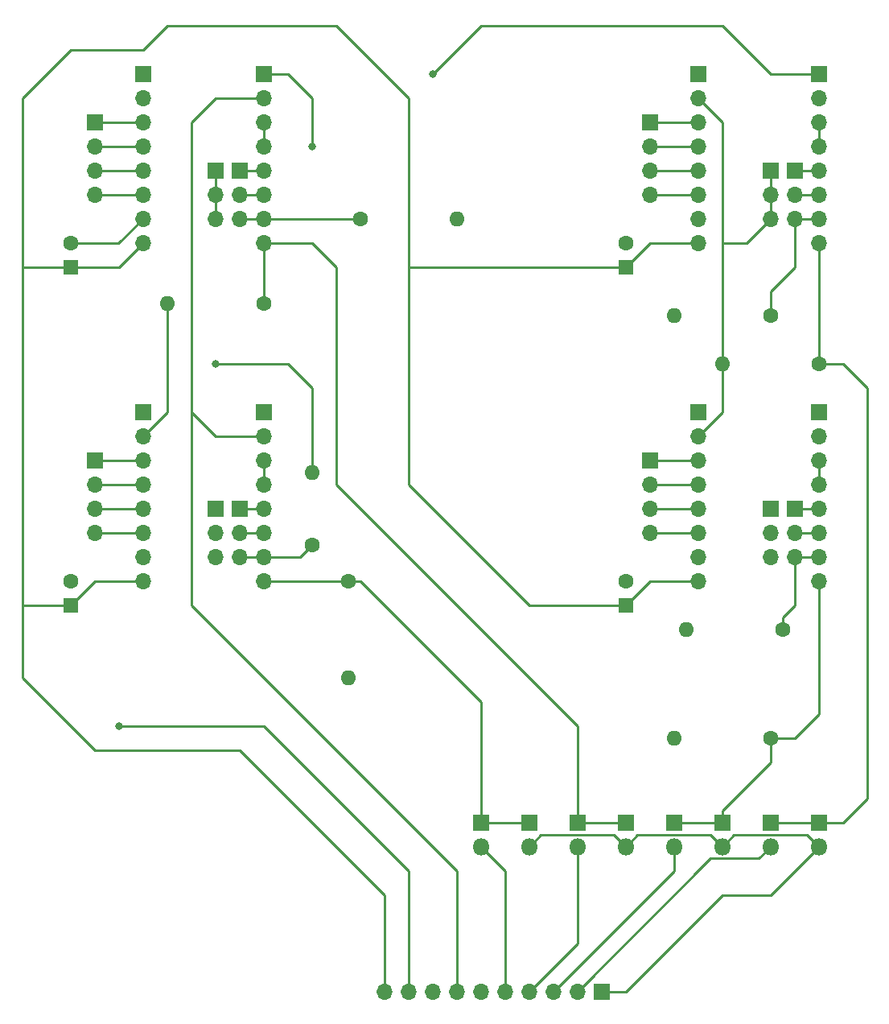
<source format=gtl>
G04 #@! TF.GenerationSoftware,KiCad,Pcbnew,(6.0.2)*
G04 #@! TF.CreationDate,2025-01-10T17:30:30+01:00*
G04 #@! TF.ProjectId,4motor,346d6f74-6f72-42e6-9b69-6361645f7063,rev?*
G04 #@! TF.SameCoordinates,Original*
G04 #@! TF.FileFunction,Copper,L1,Top*
G04 #@! TF.FilePolarity,Positive*
%FSLAX46Y46*%
G04 Gerber Fmt 4.6, Leading zero omitted, Abs format (unit mm)*
G04 Created by KiCad (PCBNEW (6.0.2)) date 2025-01-10 17:30:30*
%MOMM*%
%LPD*%
G01*
G04 APERTURE LIST*
G04 #@! TA.AperFunction,ComponentPad*
%ADD10R,1.700000X1.700000*%
G04 #@! TD*
G04 #@! TA.AperFunction,ComponentPad*
%ADD11O,1.700000X1.700000*%
G04 #@! TD*
G04 #@! TA.AperFunction,ComponentPad*
%ADD12C,1.600000*%
G04 #@! TD*
G04 #@! TA.AperFunction,ComponentPad*
%ADD13O,1.600000X1.600000*%
G04 #@! TD*
G04 #@! TA.AperFunction,ComponentPad*
%ADD14R,1.600000X1.600000*%
G04 #@! TD*
G04 #@! TA.AperFunction,ComponentPad*
%ADD15R,1.800000X1.800000*%
G04 #@! TD*
G04 #@! TA.AperFunction,ComponentPad*
%ADD16O,1.800000X1.800000*%
G04 #@! TD*
G04 #@! TA.AperFunction,ViaPad*
%ADD17C,0.800000*%
G04 #@! TD*
G04 #@! TA.AperFunction,Conductor*
%ADD18C,0.250000*%
G04 #@! TD*
G04 APERTURE END LIST*
D10*
X157480000Y-101600000D03*
D11*
X157480000Y-104140000D03*
X157480000Y-106680000D03*
X157480000Y-109220000D03*
X157480000Y-111760000D03*
X157480000Y-114300000D03*
X157480000Y-116840000D03*
X157480000Y-119380000D03*
D12*
X152400000Y-91440000D03*
D13*
X142240000Y-91440000D03*
D14*
X137160000Y-86360000D03*
D12*
X137160000Y-83860000D03*
D15*
X121920000Y-144780000D03*
D16*
X121920000Y-147320000D03*
D12*
X153670000Y-124460000D03*
D13*
X143510000Y-124460000D03*
D10*
X154940000Y-111760000D03*
D11*
X154940000Y-114300000D03*
X154940000Y-116840000D03*
D14*
X78740000Y-86360000D03*
D12*
X78740000Y-83860000D03*
D10*
X152400000Y-76200000D03*
D11*
X152400000Y-78740000D03*
X152400000Y-81280000D03*
D10*
X144780000Y-101600000D03*
D11*
X144780000Y-104140000D03*
X144780000Y-106680000D03*
X144780000Y-109220000D03*
X144780000Y-111760000D03*
X144780000Y-114300000D03*
X144780000Y-116840000D03*
X144780000Y-119380000D03*
D15*
X142240000Y-144780000D03*
D16*
X142240000Y-147320000D03*
D15*
X152400000Y-144780000D03*
D16*
X152400000Y-147320000D03*
D15*
X127000000Y-144780000D03*
D16*
X127000000Y-147320000D03*
D10*
X96520000Y-111760000D03*
D11*
X96520000Y-114300000D03*
X96520000Y-116840000D03*
D10*
X93980000Y-76200000D03*
D11*
X93980000Y-78740000D03*
X93980000Y-81280000D03*
D10*
X152400000Y-111760000D03*
D11*
X152400000Y-114300000D03*
X152400000Y-116840000D03*
D14*
X78740000Y-121920000D03*
D12*
X78740000Y-119420000D03*
D10*
X86360000Y-101600000D03*
D11*
X86360000Y-104140000D03*
X86360000Y-106680000D03*
X86360000Y-109220000D03*
X86360000Y-111760000D03*
X86360000Y-114300000D03*
X86360000Y-116840000D03*
X86360000Y-119380000D03*
D10*
X86360000Y-66040000D03*
D11*
X86360000Y-68580000D03*
X86360000Y-71120000D03*
X86360000Y-73660000D03*
X86360000Y-76200000D03*
X86360000Y-78740000D03*
X86360000Y-81280000D03*
X86360000Y-83820000D03*
D12*
X104140000Y-115570000D03*
D13*
X104140000Y-107950000D03*
D10*
X157480000Y-66040000D03*
D11*
X157480000Y-68580000D03*
X157480000Y-71120000D03*
X157480000Y-73660000D03*
X157480000Y-76200000D03*
X157480000Y-78740000D03*
X157480000Y-81280000D03*
X157480000Y-83820000D03*
D10*
X99060000Y-66040000D03*
D11*
X99060000Y-68580000D03*
X99060000Y-71120000D03*
X99060000Y-73660000D03*
X99060000Y-76200000D03*
X99060000Y-78740000D03*
X99060000Y-81280000D03*
X99060000Y-83820000D03*
D15*
X137160000Y-144780000D03*
D16*
X137160000Y-147320000D03*
D10*
X81280000Y-71120000D03*
D11*
X81280000Y-73660000D03*
X81280000Y-76200000D03*
X81280000Y-78740000D03*
D12*
X107950000Y-119380000D03*
D13*
X107950000Y-129540000D03*
D10*
X139700000Y-106680000D03*
D11*
X139700000Y-109220000D03*
X139700000Y-111760000D03*
X139700000Y-114300000D03*
D15*
X147320000Y-144780000D03*
D16*
X147320000Y-147320000D03*
D10*
X93980000Y-111760000D03*
D11*
X93980000Y-114300000D03*
X93980000Y-116840000D03*
D10*
X154940000Y-76200000D03*
D11*
X154940000Y-78740000D03*
X154940000Y-81280000D03*
D10*
X81280000Y-106680000D03*
D11*
X81280000Y-109220000D03*
X81280000Y-111760000D03*
X81280000Y-114300000D03*
D12*
X157480000Y-96520000D03*
D13*
X147320000Y-96520000D03*
D10*
X96520000Y-76200000D03*
D11*
X96520000Y-78740000D03*
X96520000Y-81280000D03*
D12*
X152400000Y-135890000D03*
D13*
X142240000Y-135890000D03*
D12*
X109220000Y-81280000D03*
D13*
X119380000Y-81280000D03*
D14*
X137160000Y-121920000D03*
D12*
X137160000Y-119420000D03*
D15*
X132080000Y-144780000D03*
D16*
X132080000Y-147320000D03*
D10*
X99060000Y-101600000D03*
D11*
X99060000Y-104140000D03*
X99060000Y-106680000D03*
X99060000Y-109220000D03*
X99060000Y-111760000D03*
X99060000Y-114300000D03*
X99060000Y-116840000D03*
X99060000Y-119380000D03*
D10*
X144780000Y-66040000D03*
D11*
X144780000Y-68580000D03*
X144780000Y-71120000D03*
X144780000Y-73660000D03*
X144780000Y-76200000D03*
X144780000Y-78740000D03*
X144780000Y-81280000D03*
X144780000Y-83820000D03*
D12*
X99060000Y-90170000D03*
D13*
X88900000Y-90170000D03*
D15*
X157480000Y-144780000D03*
D16*
X157480000Y-147320000D03*
D10*
X139700000Y-71120000D03*
D11*
X139700000Y-73660000D03*
X139700000Y-76200000D03*
X139700000Y-78740000D03*
D10*
X134620000Y-162560000D03*
D11*
X132080000Y-162560000D03*
X129540000Y-162560000D03*
X127000000Y-162560000D03*
X124460000Y-162560000D03*
X121920000Y-162560000D03*
X119380000Y-162560000D03*
X116840000Y-162560000D03*
X114300000Y-162560000D03*
X111760000Y-162560000D03*
D17*
X104140000Y-73660000D03*
X93980000Y-96520000D03*
X83820000Y-134620000D03*
X116840000Y-66040000D03*
D18*
X101600000Y-66040000D02*
X99060000Y-66040000D01*
X104140000Y-68580000D02*
X101600000Y-66040000D01*
X104140000Y-73660000D02*
X104140000Y-68580000D01*
X157480000Y-114300000D02*
X154940000Y-114300000D01*
X154940000Y-111760000D02*
X157480000Y-111760000D01*
X139700000Y-114300000D02*
X144780000Y-114300000D01*
X144780000Y-111760000D02*
X139700000Y-111760000D01*
X144780000Y-109220000D02*
X139700000Y-109220000D01*
X139700000Y-106680000D02*
X144780000Y-106680000D01*
X101600000Y-96520000D02*
X93980000Y-96520000D01*
X104140000Y-107950000D02*
X104140000Y-99060000D01*
X104140000Y-99060000D02*
X101600000Y-96520000D01*
X83820000Y-86360000D02*
X86360000Y-83820000D01*
X114300000Y-86360000D02*
X114300000Y-68580000D01*
X111760000Y-152400000D02*
X96520000Y-137160000D01*
X137160000Y-121920000D02*
X139700000Y-119380000D01*
X73660000Y-121920000D02*
X78740000Y-121920000D01*
X106680000Y-60960000D02*
X114300000Y-68580000D01*
X73660000Y-86360000D02*
X73660000Y-68580000D01*
X114300000Y-86360000D02*
X114300000Y-109220000D01*
X78740000Y-86360000D02*
X83820000Y-86360000D01*
X96520000Y-137160000D02*
X81280000Y-137160000D01*
X137160000Y-86360000D02*
X139700000Y-83820000D01*
X78740000Y-63500000D02*
X86360000Y-63500000D01*
X78740000Y-121920000D02*
X81280000Y-119380000D01*
X127000000Y-121920000D02*
X137160000Y-121920000D01*
X73660000Y-86360000D02*
X78740000Y-86360000D01*
X73660000Y-121920000D02*
X73660000Y-86360000D01*
X111760000Y-162560000D02*
X111760000Y-152400000D01*
X114300000Y-86360000D02*
X137160000Y-86360000D01*
X114300000Y-109220000D02*
X127000000Y-121920000D01*
X86360000Y-119380000D02*
X81280000Y-119380000D01*
X73660000Y-129540000D02*
X73660000Y-121920000D01*
X81280000Y-137160000D02*
X73660000Y-129540000D01*
X73660000Y-68580000D02*
X78740000Y-63500000D01*
X144780000Y-83820000D02*
X139700000Y-83820000D01*
X88900000Y-60960000D02*
X106680000Y-60960000D01*
X86360000Y-63500000D02*
X88900000Y-60960000D01*
X144780000Y-119380000D02*
X139700000Y-119380000D01*
X99060000Y-134620000D02*
X83820000Y-134620000D01*
X78740000Y-83860000D02*
X83780000Y-83860000D01*
X114300000Y-162560000D02*
X114300000Y-149860000D01*
X83780000Y-83860000D02*
X86360000Y-81280000D01*
X114300000Y-149860000D02*
X99060000Y-134620000D01*
X121920000Y-144780000D02*
X121920000Y-132080000D01*
X109220000Y-119380000D02*
X121920000Y-132080000D01*
X99060000Y-119380000D02*
X109220000Y-119380000D01*
X121920000Y-144780000D02*
X127000000Y-144780000D01*
X124460000Y-162560000D02*
X124460000Y-149860000D01*
X124460000Y-149860000D02*
X121920000Y-147320000D01*
X147320000Y-147320000D02*
X146095489Y-146095489D01*
X137160000Y-147320000D02*
X135935489Y-146095489D01*
X146095489Y-146095489D02*
X138384511Y-146095489D01*
X135935489Y-146095489D02*
X128224511Y-146095489D01*
X148544511Y-146095489D02*
X147320000Y-147320000D01*
X147320000Y-152400000D02*
X152400000Y-152400000D01*
X134620000Y-162560000D02*
X137160000Y-162560000D01*
X157480000Y-147320000D02*
X156255489Y-146095489D01*
X156255489Y-146095489D02*
X148544511Y-146095489D01*
X137160000Y-162560000D02*
X147320000Y-152400000D01*
X128224511Y-146095489D02*
X127000000Y-147320000D01*
X138384511Y-146095489D02*
X137160000Y-147320000D01*
X152400000Y-152400000D02*
X157480000Y-147320000D01*
X106680000Y-109220000D02*
X106680000Y-86360000D01*
X132080000Y-134620000D02*
X106680000Y-109220000D01*
X99060000Y-83820000D02*
X99060000Y-90170000D01*
X137160000Y-144780000D02*
X132080000Y-144780000D01*
X132080000Y-144780000D02*
X132080000Y-134620000D01*
X104140000Y-83820000D02*
X99060000Y-83820000D01*
X106680000Y-86360000D02*
X104140000Y-83820000D01*
X127000000Y-162560000D02*
X132080000Y-157480000D01*
X132080000Y-157480000D02*
X132080000Y-147320000D01*
X152400000Y-135890000D02*
X154940000Y-135890000D01*
X142240000Y-144780000D02*
X147320000Y-144780000D01*
X157480000Y-133350000D02*
X157480000Y-119380000D01*
X154940000Y-135890000D02*
X157480000Y-133350000D01*
X147320000Y-144780000D02*
X147320000Y-143510000D01*
X147320000Y-143510000D02*
X152400000Y-138430000D01*
X152400000Y-138430000D02*
X152400000Y-135890000D01*
X129540000Y-162560000D02*
X142240000Y-149860000D01*
X142240000Y-149860000D02*
X142240000Y-147320000D01*
X162560000Y-142240000D02*
X162560000Y-99060000D01*
X160020000Y-96520000D02*
X157480000Y-96520000D01*
X160020000Y-144780000D02*
X162560000Y-142240000D01*
X162560000Y-99060000D02*
X160020000Y-96520000D01*
X157480000Y-83820000D02*
X157480000Y-96520000D01*
X157480000Y-144780000D02*
X160020000Y-144780000D01*
X152400000Y-144780000D02*
X157480000Y-144780000D01*
X151175489Y-148544511D02*
X152400000Y-147320000D01*
X146095489Y-148544511D02*
X151175489Y-148544511D01*
X132080000Y-162560000D02*
X146095489Y-148544511D01*
X86360000Y-106680000D02*
X81280000Y-106680000D01*
X86360000Y-109220000D02*
X81280000Y-109220000D01*
X86360000Y-111760000D02*
X81280000Y-111760000D01*
X86360000Y-114300000D02*
X81280000Y-114300000D01*
X81280000Y-71120000D02*
X86360000Y-71120000D01*
X86360000Y-73660000D02*
X81280000Y-73660000D01*
X81280000Y-76200000D02*
X86360000Y-76200000D01*
X86360000Y-78740000D02*
X81280000Y-78740000D01*
X93980000Y-81280000D02*
X93980000Y-78740000D01*
X88900000Y-101600000D02*
X88900000Y-90170000D01*
X152400000Y-78740000D02*
X152400000Y-81280000D01*
X93980000Y-76200000D02*
X93980000Y-78740000D01*
X147320000Y-71120000D02*
X144780000Y-68580000D01*
X86360000Y-104140000D02*
X88900000Y-101600000D01*
X147320000Y-96520000D02*
X147320000Y-71120000D01*
X144780000Y-104140000D02*
X147320000Y-101600000D01*
X152400000Y-81280000D02*
X149860000Y-83820000D01*
X149860000Y-83820000D02*
X147320000Y-83820000D01*
X152400000Y-76200000D02*
X152400000Y-78740000D01*
X147320000Y-101600000D02*
X147320000Y-96520000D01*
X152400000Y-66040000D02*
X147320000Y-60960000D01*
X121920000Y-60960000D02*
X116840000Y-66040000D01*
X124460000Y-60960000D02*
X121920000Y-60960000D01*
X147320000Y-60960000D02*
X124460000Y-60960000D01*
X157480000Y-66040000D02*
X152400000Y-66040000D01*
X93980000Y-104140000D02*
X91440000Y-101600000D01*
X99060000Y-104140000D02*
X93980000Y-104140000D01*
X93980000Y-68580000D02*
X91440000Y-71120000D01*
X91440000Y-121920000D02*
X91440000Y-71120000D01*
X119380000Y-162560000D02*
X119380000Y-149860000D01*
X119380000Y-149860000D02*
X91440000Y-121920000D01*
X99060000Y-68580000D02*
X93980000Y-68580000D01*
X99060000Y-73660000D02*
X99060000Y-71120000D01*
X99060000Y-76200000D02*
X96520000Y-76200000D01*
X99060000Y-78740000D02*
X96520000Y-78740000D01*
X96520000Y-81280000D02*
X99060000Y-81280000D01*
X109220000Y-81280000D02*
X99060000Y-81280000D01*
X99060000Y-109220000D02*
X99060000Y-106680000D01*
X96520000Y-111760000D02*
X99060000Y-111760000D01*
X99060000Y-114300000D02*
X96520000Y-114300000D01*
X102870000Y-116840000D02*
X104140000Y-115570000D01*
X99060000Y-116840000D02*
X102870000Y-116840000D01*
X96520000Y-116840000D02*
X99060000Y-116840000D01*
X144780000Y-71120000D02*
X139700000Y-71120000D01*
X144780000Y-73660000D02*
X139700000Y-73660000D01*
X144780000Y-76200000D02*
X139700000Y-76200000D01*
X144780000Y-78740000D02*
X139700000Y-78740000D01*
X157480000Y-73660000D02*
X157480000Y-71120000D01*
X154940000Y-76200000D02*
X157480000Y-76200000D01*
X154940000Y-78740000D02*
X157480000Y-78740000D01*
X152400000Y-91440000D02*
X152400000Y-88900000D01*
X154940000Y-86360000D02*
X154940000Y-81280000D01*
X152400000Y-88900000D02*
X154940000Y-86360000D01*
X154940000Y-81280000D02*
X157480000Y-81280000D01*
X157480000Y-109220000D02*
X157480000Y-106680000D01*
X153670000Y-124460000D02*
X153670000Y-123190000D01*
X154940000Y-121920000D02*
X154940000Y-116840000D01*
X154940000Y-116840000D02*
X157480000Y-116840000D01*
X153670000Y-123190000D02*
X154940000Y-121920000D01*
M02*

</source>
